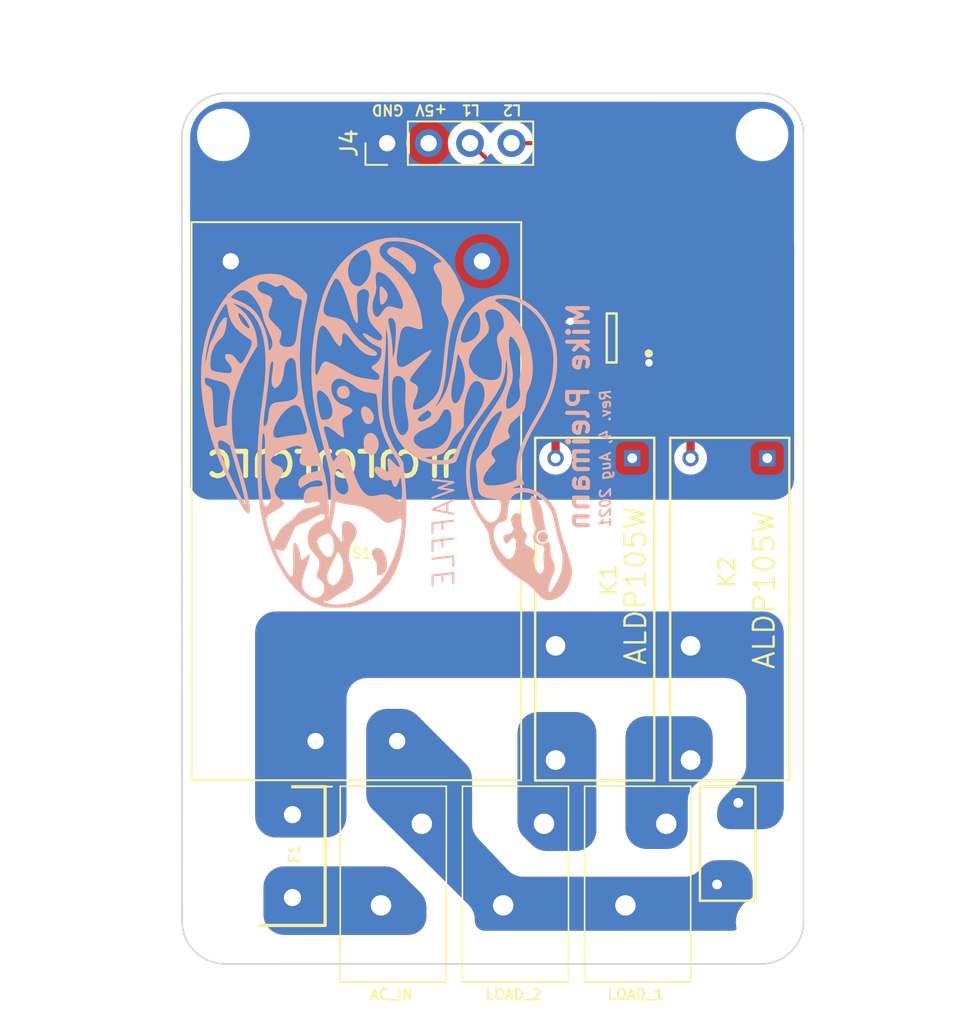
<source format=kicad_pcb>
(kicad_pcb (version 20211014) (generator pcbnew)
  (title_block (rev "1"))
  (layers (0 "F.Cu" signal "Front") (1 "In1.Cu" power "GND.Cu") (2 "In2.Cu" power "PWR.Cu") (31 "B.Cu" signal "Back") (34 "B.Paste" user) (35 "F.Paste" user) (36 "B.SilkS" user "B.Silkscreen") (37 "F.SilkS" user "F.Silkscreen") (38 "B.Mask" user) (39 "F.Mask" user) (44 "Edge.Cuts" user))
  (net 0 "")
  (net 1 "RLY2")
  (net 2 "RLY1")
  (net 3 "NEUT")
  (net 4 "LINE")
  (net 5 "L2")
  (net 6 "L1")
  (net 7 "GND")
  (net 8 "/LOAD2")
  (net 9 "/LOAD1")
  (net 10 "/FUSED_AC_L")
  (net 11 "+5V")
  (footprint "reptile-monitor-power:TO508P400X850X850-2P" (layer "F.Cu") (at 133.6802 94.996 -90)
    (fp_text reference "F1" (at 2.413 -0.127 -270) (layer "F.SilkS") (effects (font (size 0.635 0.635) (thickness 0.127))))
    (fp_text value "39208000440" hide)
    (pad "1" thru_hole rect locked (at 0 0 270) (size 1.575 1.575) (drill 1.05) (layers *.Cu *.Mask) (net 10 "/FUSED_AC_L"))
    (pad "2" thru_hole circle locked (at 5.08 0 270) (size 1.575 1.575) (drill 1.05) (layers *.Cu *.Mask) (net 4 "LINE"))
  )
  (footprint "MountingHole:MountingHole_2.2mm_M2_ISO7380" (layer "F.Cu") (at 129.4384 101.6 180)
    (fp_text reference "REF1" hide)
    (fp_text value "MountingHole_2.2mm_M2_ISO7380")
    (pad "" np_thru_hole circle locked (at 0 0 180) (size 2.2 2.2) (drill 2.2) (layers *.Cu *.Mask))
  )
  (footprint "MountingHole:MountingHole_2.2mm_M2_ISO7380" (layer "F.Cu") (at 162.4584 101.6 180)
    (fp_text reference "REF1" hide)
    (fp_text value "MountingHole_2.2mm_M2_ISO7380")
    (pad "" np_thru_hole circle locked (at 0 0 180) (size 2.2 2.2) (drill 2.2) (layers *.Cu *.Mask))
  )
  (footprint "reptile-monitor-power:Panasonic-ALDP105W-Manufacturer_Recommended" (layer "F.Cu") (at 154.501418 73.152 -90)
    (fp_text reference "K1" (at 6.409004 1.441018 90) (layer "F.SilkS") (effects (justify right)))
    (fp_text value "ALDP105W" (at 7.806004 -0.209982 90) (layer "F.SilkS") (effects (font (size 1.27 1.27))))
    (pad "1" thru_hole rect locked (at 0 0 270) (size 1 1) (drill 0.6) (layers *.Cu *.Mask) (net 11 "+5V"))
    (pad "2" thru_hole circle (at 18.500001 4.700001 270) (size 2.167346 2.167346) (drill 1.2) (layers *.Cu *.Mask) (net 8 "/LOAD2"))
    (pad "3" thru_hole circle locked (at 11.5 4.700001 270) (size 2.167346 2.167346) (drill 1.2) (layers *.Cu *.Mask) (net 10 "/FUSED_AC_L"))
    (pad "4" thru_hole circle (at 0 4.700001 270) (size 1 1) (drill 0.6) (layers *.Cu *.Mask) (net 1 "RLY2"))
  )
  (footprint "reptile-monitor-power:PinHeader_1x04_P2.54mm_Vertical" (layer "F.Cu") (at 139.4814 53.848 90)
    (fp_text reference "J4" (at 0 -2.33 90) (layer "F.SilkS"))
    (fp_text value "POWER CONN")
    (pad "1" thru_hole rect (at 0 0 90) (size 1.7 1.7) (drill 1) (layers *.Cu *.Mask) (net 7 "GND"))
    (pad "2" thru_hole oval (at 0 2.54 90) (size 1.7 1.7) (drill 1) (layers *.Cu *.Mask) (net 11 "+5V"))
    (pad "3" thru_hole oval locked (at 0 5.08 90) (size 1.7 1.7) (drill 1) (layers *.Cu *.Mask) (net 6 "L1"))
    (pad "4" thru_hole oval locked (at 0 7.62 90) (size 1.7 1.7) (drill 1) (layers *.Cu *.Mask) (net 5 "L2"))
  )
  (footprint "reptile-monitor-power:Panasonic-ALDP105W-Manufacturer_Recommended" (layer "F.Cu") (at 162.776397 73.151995 -90)
    (fp_text reference "K2" (at 5.901009 2.476997 90) (layer "F.SilkS") (effects (justify right)))
    (fp_text value "ALDP105W" (at 8.060009 0.190997 90) (layer "F.SilkS") (effects (font (size 1.27 1.27))))
    (pad "1" thru_hole rect locked (at 0 0 270) (size 1 1) (drill 0.6) (layers *.Cu *.Mask) (net 11 "+5V"))
    (pad "2" thru_hole circle (at 18.500001 4.700001 270) (size 2.167346 2.167346) (drill 1.2) (layers *.Cu *.Mask) (net 9 "/LOAD1"))
    (pad "3" thru_hole circle locked (at 11.5 4.700001 270) (size 2.167346 2.167346) (drill 1.2) (layers *.Cu *.Mask) (net 10 "/FUSED_AC_L"))
    (pad "4" thru_hole circle (at 0 4.700001 270) (size 1 1) (drill 0.6) (layers *.Cu *.Mask) (net 2 "RLY1"))
  )
  (footprint "MountingHole:MountingHole_2.2mm_M2_ISO7380" (layer "F.Cu") (at 129.442896 53.34)
    (fp_text reference "REF1" hide)
    (fp_text value "MountingHole_2.2mm_M2_ISO7380")
    (pad "" np_thru_hole circle locked (at 0 0) (size 2.2 2.2) (drill 2.2) (layers *.Cu *.Mask))
  )
  (footprint "reptile-monitor-power:Converter_ACDC_HiLink_HLK-PMxx" (layer "F.Cu") (at 135.096402 90.4875 90)
    (fp_text reference "PS1" (at 11.5145 2.5 180) (layer "F.SilkS") (effects (font (size 0.635 0.635) (thickness 0.127))))
    (fp_text value "HLK-PM01")
    (pad "1" thru_hole rect locked (at 0 0 90) (size 2.3 2) (drill 1) (layers *.Cu *.Mask) (net 10 "/FUSED_AC_L"))
    (pad "2" thru_hole circle locked (at 0 5 90) (size 2.3 2.3) (drill 1) (layers *.Cu *.Mask) (net 3 "NEUT"))
    (pad "3" thru_hole circle locked (at 29.4 -5.2 90) (size 2.3 2.3) (drill 1) (layers *.Cu *.Mask) (net 7 "GND"))
    (pad "4" thru_hole circle locked (at 29.4 10.2 90) (size 2.3 2.3) (drill 1) (layers *.Cu *.Mask) (net 11 "+5V"))
  )
  (footprint "reptile-monitor-power:RV_Disc_D7mm_W3.4mm_P5mm" (layer "F.Cu") (at 159.7002 99.274 90)
    (fp_text reference "RV1" hide)
    (fp_text value "Varistor")
    (pad "1" thru_hole circle (at 0 0 90) (size 1.6 1.6) (drill 0.6) (layers *.Cu *.Mask) (net 3 "NEUT"))
    (pad "2" thru_hole circle (at 5 1.3 90) (size 1.6 1.6) (drill 0.6) (layers *.Cu *.Mask) (net 10 "/FUSED_AC_L"))
  )
  (footprint "MountingHole:MountingHole_2.2mm_M2_ISO7380" (layer "F.Cu") (at 162.4584 53.34)
    (fp_text reference "REF1" hide)
    (fp_text value "MountingHole_2.2mm_M2_ISO7380")
    (pad "" np_thru_hole circle locked (at 0 0) (size 2.2 2.2) (drill 2.2) (layers *.Cu *.Mask))
  )
  (footprint "reptile-monitor-power:TE Connectivity PC Terminal Block 128340212" (layer "F.Cu") (at 146.59389 100.556009)
    (fp_text reference "J2" hide)
    (fp_text value "LOAD_2" (at 0.632014 5.461005 unlocked) (layer "F.SilkS") (effects (font (size 0.635 0.635) (thickness 0.127))))
    (pad "1" thru_hole circle locked (at 0 0) (size 1.875 1.875) (drill 1.25) (layers *.Cu *.Mask) (net 3 "NEUT"))
    (pad "2" thru_hole circle locked (at 2.5 -5) (size 1.875 1.875) (drill 1.25) (layers *.Cu *.Mask) (net 8 "/LOAD2"))
  )
  (footprint "reptile-monitor-power:TE Connectivity PC Terminal Block 128340212" (layer "F.Cu") (at 139.105411 100.556009)
    (fp_text reference "J1" hide)
    (fp_text value "AC_IN" (at 0.632014 5.461005 unlocked) (layer "F.SilkS") (effects (font (size 0.635 0.635) (thickness 0.127))))
    (pad "1" thru_hole circle locked (at 0 0) (size 1.875 1.875) (drill 1.25) (layers *.Cu *.Mask) (net 4 "LINE"))
    (pad "2" thru_hole circle locked (at 2.5 -5) (size 1.875 1.875) (drill 1.25) (layers *.Cu *.Mask) (net 3 "NEUT"))
  )
  (footprint "reptile-monitor-power:TE Connectivity PC Terminal Block 128340212" (layer "F.Cu") (at 154.083893 100.556009)
    (fp_text reference "J3" hide)
    (fp_text value "LOAD_1" (at 0.632014 5.461005 unlocked) (layer "F.SilkS") (effects (font (size 0.635 0.635) (thickness 0.127))))
    (pad "1" thru_hole circle locked (at 0 0) (size 1.875 1.875) (drill 1.25) (layers *.Cu *.Mask) (net 3 "NEUT"))
    (pad "2" thru_hole circle locked (at 2.5 -5) (size 1.875 1.875) (drill 1.25) (layers *.Cu *.Mask) (net 9 "/LOAD1"))
  )
  (footprint "reptile-monitor-power:ON_Semi-318F-0-0-0" (layer "F.Cu") (at 153.2382 65.786 180)
    (fp_text reference "U1" hide)
    (fp_text value "NUD3105DMT1G" hide)
    (pad "1" smd rect (at -1.2 -0.95 180) (size 1 0.7) (layers "F.Cu" "F.Paste" "F.Mask") (net 7 "GND"))
    (pad "2" smd rect (at -1.2 0 180) (size 1 0.7) (layers "F.Cu" "F.Paste" "F.Mask") (net 5 "L2"))
    (pad "3" smd rect (at -1.2 0.95 180) (size 1 0.7) (layers "F.Cu" "F.Paste" "F.Mask") (net 2 "RLY1"))
    (pad "4" smd rect (at 1.2 0.95 180) (size 1 0.7) (layers "F.Cu" "F.Paste" "F.Mask") (net 7 "GND"))
    (pad "5" smd rect (at 1.2 0 180) (size 1 0.7) (layers "F.Cu" "F.Paste" "F.Mask") (net 6 "L1"))
    (pad "6" smd rect (at 1.2 -0.95 180) (size 1 0.7) (layers "F.Cu" "F.Paste" "F.Mask") (net 1 "RLY2"))
  )
  (footprint "reptile-monitor:LOGO" (layer "B.Cu") (at 139.5222 71.12 -90)
    (fp_text reference "REF**" hide)
    (fp_text value "WAFFLE" (at 6.477 -3.429 90 unlocked) (layer "B.SilkS") (effects (font (size 1.27 1.27) (thickness 0.127) italic) (justify mirror)))
  )
  (gr_line locked (start 129.4384 104.14) (end 162.4734 104.147) (layer "Edge.Cuts") (width 0.1016))
  (gr_arc locked (start 164.998399 101.6) (mid 164.246025 103.379219) (end 162.4734 104.147) (layer "Edge.Cuts") (width 0.1016))
  (gr_arc (start 162.4584 50.8) (mid 164.256577 51.541823) (end 164.998401 53.34) (layer "Edge.Cuts") (width 0.1016))
  (gr_arc locked (start 129.4384 104.14) (mid 127.679311 103.363657) (end 126.913403 101.6) (layer "Edge.Cuts") (width 0.1016))
  (gr_line locked (start 126.913401 101.6) (end 126.8984 53.34) (layer "Edge.Cuts") (width 0.1))
  (gr_line locked (start 164.9984 101.6) (end 164.9984 53.34) (layer "Edge.Cuts") (width 0.1))
  (gr_arc (start 126.8984 53.34) (mid 127.692192 51.593792) (end 129.4384 50.8) (layer "Edge.Cuts") (width 0.1016))
  (gr_line (start 162.4584 50.8) (end 129.4384 50.8) (layer "Edge.Cuts") (width 0.1016))
  (gr_text "Rev. 4, Aug 2021" (at 152.8572 73.152 90) (layer "B.SilkS") (effects (font (size 0.635 0.635) (thickness 0.127) italic) (justify mirror)))
  (gr_text "Mike Pleimann" (at 151.2062 70.612 90) (layer "B.SilkS") (effects (font (size 1.27 1.27) (thickness 0.254)) (justify mirror)))
  (gr_text "L2" (at 147.1422 51.816 180) (layer "F.SilkS") (effects (font (size 0.635 0.635) (thickness 0.127))))
  (gr_text "GND" (at 139.5222 51.816 180) (layer "F.SilkS") (effects (font (size 0.635 0.635) (thickness 0.127))))
  (gr_text "L1" (at 144.6022 51.816 180) (layer "F.SilkS") (effects (font (size 0.635 0.635) (thickness 0.127))))
  (gr_text "JLCJLCJLCJLC" (at 136.1694 73.406 180) (layer "F.SilkS") (effects (font (size 1.5 1.5) (thickness 0.3))))
  (gr_text "+5V" (at 142.1892 51.816 180) (layer "F.SilkS") (effects (font (size 0.635 0.635) (thickness 0.127))))
  (segment (start 150.7642 66.736) (end 149.801417 67.698783) (width 0.508) (layer "F.Cu") (net 1))
  (segment (start 152.0382 66.736) (end 150.7642 66.736) (width 0.508) (layer "F.Cu") (net 1))
  (segment (start 149.801417 67.698783) (end 149.801417 73.152) (width 0.508) (layer "F.Cu") (net 1))
  (segment (start 158.076396 67.720196) (end 158.076396 73.151995) (width 0.508) (layer "F.Cu") (net 2))
  (segment (start 155.1922 64.836) (end 158.076396 67.720196) (width 0.508) (layer "F.Cu") (net 2))
  (segment (start 154.4382 64.836) (end 155.1922 64.836) (width 0.508) (layer "F.Cu") (net 2))
  (segment (start 149.1742 53.848) (end 153.2382 57.912) (width 0.254) (layer "F.Cu") (net 5))
  (segment (start 147.1522 53.848) (end 149.1742 53.848) (width 0.254) (layer "F.Cu") (net 5))
  (segment (start 153.2382 65.34) (end 153.6842 65.786) (width 0.254) (layer "F.Cu") (net 5))
  (segment (start 153.6842 65.786) (end 154.4382 65.786) (width 0.254) (layer "F.Cu") (net 5))
  (segment (start 153.2382 57.912) (end 153.2382 65.34) (width 0.254) (layer "F.Cu") (net 5))
  (segment (start 150.1902 65.786) (end 152.0382 65.786) (width 0.254) (layer "F.Cu") (net 6))
  (segment (start 149.3012 64.897) (end 150.1902 65.786) (width 0.254) (layer "F.Cu") (net 6))
  (segment (start 144.6122 53.848) (end 149.3012 58.537) (width 0.254) (layer "F.Cu") (net 6))
  (segment (start 149.3012 58.537) (end 149.3012 64.897) (width 0.254) (layer "F.Cu") (net 6))
  (segment (start 155.5242 67.31) (end 154.9502 66.736) (width 0.508) (layer "F.Cu") (net 7))
  (segment (start 154.9502 66.736) (end 154.4382 66.736) (width 0.508) (layer "F.Cu") (net 7))
  (segment (start 150.6982 64.77) (end 150.7642 64.836) (width 0.508) (layer "F.Cu") (net 7))
  (segment (start 150.7642 64.836) (end 152.0382 64.836) (width 0.508) (layer "F.Cu") (net 7))
  (via (at 155.5242 67.31) (size 0.762) (drill 0.4572) (layers "F.Cu" "B.Cu") (net 7))
  (via (at 150.6982 64.77) (size 0.762) (drill 0.4572) (layers "F.Cu" "B.Cu") (net 7))
  (zone (net 11) (net_name "+5V") (layer "F.Cu") (connect_pads yes (clearance 0.508)) (min_thickness 0.254) (fill yes (thermal_gap 0.508) (thermal_bridge_width 0.508) (smoothing fillet) (radius 1.27))
    (polygon (pts (xy 164.4142 59.436) (xy 164.4142 75.692) (xy 140.8684 75.692) (xy 140.8684 51.308) (xy 156.2862 51.308)))
  )
  (zone (net 3) (net_name "NEUT") (layers "F.Cu" "In1.Cu" "In2.Cu" "B.Cu") (connect_pads yes (clearance 0.508)) (min_thickness 0.254) (fill yes (thermal_gap 0.508) (thermal_bridge_width 0.508) (smoothing fillet) (radius 1.27))
    (polygon (pts (xy 144.8562 100.897004) (xy 138.2014 94.293004) (xy 138.2014 88.519) (xy 140.9192 88.519) (xy 144.6784 92.261004) (xy 144.6784 96.071004) (xy 147.2692 98.806) (xy 158.3182 98.806) (xy 159.0802 97.79) (xy 161.8742 97.79) (xy 161.8742 102.108) (xy 144.8562 102.108)))
  )
  (zone (net 4) (net_name "LINE") (layers "F.Cu" "In1.Cu" "In2.Cu" "B.Cu") (connect_pads yes (clearance 0.508)) (min_thickness 0.254) (fill yes (thermal_gap 0.508) (thermal_bridge_width 0.508) (smoothing fillet) (radius 1.27))
    (polygon (pts (xy 131.9022 98.171) (xy 139.9032 98.171) (xy 141.8844 100.135004) (xy 141.8844 102.362) (xy 131.9022 102.362)))
  )
  (zone (net 10) (net_name "/FUSED_AC_L") (layers "F.Cu" "In1.Cu" "In2.Cu" "B.Cu") (connect_pads yes (clearance 0.508)) (min_thickness 0.254) (fill yes (thermal_gap 0.508) (thermal_bridge_width 0.508) (smoothing fillet) (radius 1.27))
    (polygon (pts (xy 131.3942 82.55) (xy 163.7792 82.55) (xy 163.7792 95.885) (xy 159.7152 95.885) (xy 159.7152 94.361) (xy 161.4932 92.456) (xy 161.4932 86.614) (xy 136.9822 86.614) (xy 136.9822 92.202) (xy 136.9822 96.393) (xy 131.3942 96.393)))
  )
  (zone (net 9) (net_name "/LOAD1") (layers "F.Cu" "In1.Cu" "In2.Cu" "B.Cu") (connect_pads yes (clearance 0.508)) (min_thickness 0.254) (fill yes (thermal_gap 0.508) (thermal_bridge_width 0.508) (smoothing fillet) (radius 1.27))
    (polygon (pts (xy 154.0914 88.966004) (xy 159.4254 88.966004) (xy 159.4254 92.268004) (xy 157.9014 93.538004) (xy 157.9014 97.094004) (xy 154.0914 97.094004)))
  )
  (zone (net 8) (net_name "/LOAD2") (layers "F.Cu" "In1.Cu" "In2.Cu" "B.Cu") (connect_pads yes (clearance 0.508)) (min_thickness 0.254) (fill yes (thermal_gap 0.508) (thermal_bridge_width 0.508) (smoothing fillet) (radius 1.27))
    (polygon (pts (xy 147.4724 95.984004) (xy 147.4724 88.712004) (xy 152.2984 88.712004) (xy 152.2984 97.221004) (xy 148.7424 97.221004)))
  )
  (zone (net 7) (net_name "GND") (layer "B.Cu") (connect_pads yes (clearance 0.508)) (min_thickness 0.254) (fill yes (thermal_gap 0.508) (thermal_bridge_width 0.508) (smoothing fillet) (radius 1.27))
    (polygon (pts (xy 164.4142 75.692) (xy 127.3302 75.692) (xy 127.3302 51.308) (xy 164.4142 51.308)))
  )
)
</source>
